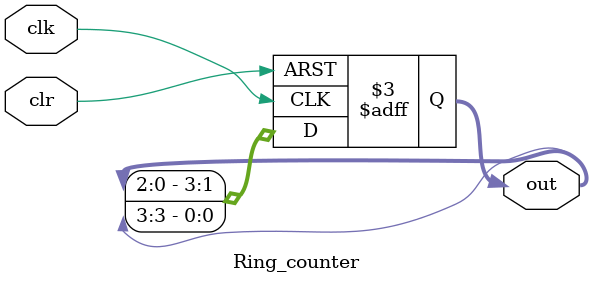
<source format=v>
`timescale 1ns / 1ps
module Ring_counter(out,clk,clr);

input clk,clr;
output reg [3:0]out;

always @(posedge clk,posedge clr)
begin

		if(clr) out<=4'b1000;
		else
		begin
      // here out[3] directly sifting to the right most bit
      //out<={out[2:0],out[3]};  this can be the ulternative for those two lines 
				
				out<=out<<1;          // here we are shifting it right and interchanging values of msb and lsb simultaneously
				out[0]<=out[3];
		
		end

end



/*

This code can be used to create data flip-flops and give a separate bit as the init

		DFF D0(out[0],out[3],clk,clr,1'b1);
		DFF D1(out[1],out[0],clk,clr,1'b0);
		DFF D2(out[2],out[1],clk,clr,1'b0);
		DFF D3(out[3],out[2],clk,clr,1'b0);


endmodule


module DFF(out,in,clk,clr,init);
input clk,clr,in,init;
output reg out;

		always @(posedge clk , posedge clr)
		
				if(clr) out<=init;
				else begin
						out<=in;
		end

*/
endmodule

</source>
